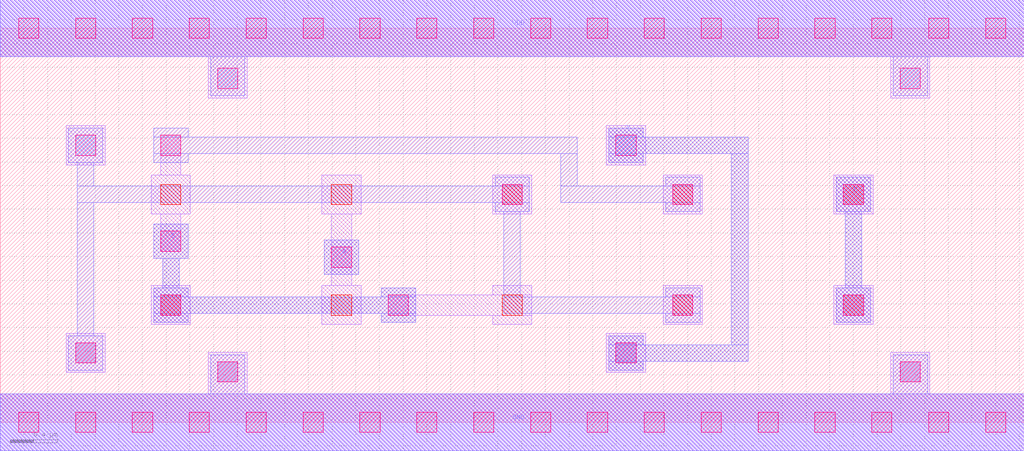
<source format=lef>
MACRO MUX2X1
 CLASS CORE ;
 FOREIGN MUX2X1 0 0 ;
 SIZE 8.64 BY 3.33 ;
 ORIGIN 0 0 ;
 SYMMETRY X Y R90 ;
 SITE unit ;
  PIN VDD
   DIRECTION INOUT ;
   USE POWER ;
   SHAPE ABUTMENT ;
    PORT
     CLASS CORE ;
       LAYER li1 ;
        RECT 0.00000000 3.09000000 8.64000000 3.57000000 ;
       LAYER met1 ;
        RECT 0.00000000 3.09000000 8.64000000 3.57000000 ;
    END
  END VDD

  PIN GND
   DIRECTION INOUT ;
   USE POWER ;
   SHAPE ABUTMENT ;
    PORT
     CLASS CORE ;
       LAYER li1 ;
        RECT 0.00000000 -0.24000000 8.64000000 0.24000000 ;
       LAYER met1 ;
        RECT 0.00000000 -0.24000000 8.64000000 0.24000000 ;
    END
  END GND

  PIN Y
   DIRECTION INOUT ;
   USE SIGNAL ;
   SHAPE ABUTMENT ;
    PORT
     CLASS CORE ;
       LAYER met1 ;
        RECT 5.13500000 0.44000000 5.42500000 0.51500000 ;
        RECT 5.13500000 0.51500000 6.31000000 0.65500000 ;
        RECT 5.13500000 0.65500000 5.42500000 0.73000000 ;
        RECT 5.13500000 2.19500000 5.42500000 2.27000000 ;
        RECT 6.17000000 0.65500000 6.31000000 2.27000000 ;
        RECT 5.13500000 2.27000000 6.31000000 2.41000000 ;
        RECT 5.13500000 2.41000000 5.42500000 2.48500000 ;
    END
  END Y

  PIN S
   DIRECTION INOUT ;
   USE SIGNAL ;
   SHAPE ABUTMENT ;
    PORT
     CLASS CORE ;
       LAYER met1 ;
        RECT 1.29500000 0.84500000 1.58500000 0.92000000 ;
        RECT 3.21500000 0.84500000 3.50500000 0.92000000 ;
        RECT 1.29500000 0.92000000 3.50500000 1.06000000 ;
        RECT 1.29500000 1.06000000 1.58500000 1.13500000 ;
        RECT 3.21500000 1.06000000 3.50500000 1.13500000 ;
        RECT 1.37000000 1.13500000 1.51000000 1.38500000 ;
        RECT 1.29500000 1.38500000 1.58500000 1.67500000 ;
    END
  END S

  PIN A
   DIRECTION INOUT ;
   USE SIGNAL ;
   SHAPE ABUTMENT ;
    PORT
     CLASS CORE ;
       LAYER met1 ;
        RECT 2.73500000 1.25000000 3.02500000 1.54000000 ;
    END
  END A

  PIN B
   DIRECTION INOUT ;
   USE SIGNAL ;
   SHAPE ABUTMENT ;
    PORT
     CLASS CORE ;
       LAYER met1 ;
        RECT 7.05500000 0.84500000 7.34500000 1.13500000 ;
        RECT 7.13000000 1.13500000 7.27000000 1.78000000 ;
        RECT 7.05500000 1.78000000 7.34500000 2.07000000 ;
    END
  END B

 OBS
    LAYER polycont ;
     RECT 1.35500000 0.90500000 1.52500000 1.07500000 ;
     RECT 2.79500000 0.90500000 2.96500000 1.07500000 ;
     RECT 4.23500000 0.90500000 4.40500000 1.07500000 ;
     RECT 5.67500000 0.90500000 5.84500000 1.07500000 ;
     RECT 7.11500000 0.90500000 7.28500000 1.07500000 ;
     RECT 1.35500000 1.84000000 1.52500000 2.01000000 ;
     RECT 2.79500000 1.84000000 2.96500000 2.01000000 ;
     RECT 4.23500000 1.84000000 4.40500000 2.01000000 ;
     RECT 5.67500000 1.84000000 5.84500000 2.01000000 ;
     RECT 7.11500000 1.84000000 7.28500000 2.01000000 ;

    LAYER pdiffc ;
     RECT 0.63500000 2.25500000 0.80500000 2.42500000 ;
     RECT 5.19500000 2.25500000 5.36500000 2.42500000 ;
     RECT 1.83500000 2.82000000 2.00500000 2.99000000 ;
     RECT 7.59500000 2.82000000 7.76500000 2.99000000 ;

    LAYER ndiffc ;
     RECT 1.83500000 0.34000000 2.00500000 0.51000000 ;
     RECT 7.59500000 0.34000000 7.76500000 0.51000000 ;
     RECT 0.63500000 0.50000000 0.80500000 0.67000000 ;
     RECT 5.19500000 0.50000000 5.36500000 0.67000000 ;

    LAYER li1 ;
     RECT 0.00000000 -0.24000000 8.64000000 0.24000000 ;
     RECT 1.75500000 0.24000000 2.08500000 0.59000000 ;
     RECT 7.51500000 0.24000000 7.84500000 0.59000000 ;
     RECT 0.55500000 0.42000000 0.88500000 0.75000000 ;
     RECT 5.11500000 0.42000000 5.44500000 0.75000000 ;
     RECT 1.27500000 0.82500000 1.60500000 1.15500000 ;
     RECT 4.15500000 0.82500000 4.48500000 0.90500000 ;
     RECT 3.27500000 0.90500000 4.48500000 1.07500000 ;
     RECT 4.15500000 1.07500000 4.48500000 1.15500000 ;
     RECT 5.59500000 0.82500000 5.92500000 1.15500000 ;
     RECT 7.03500000 0.82500000 7.36500000 1.15500000 ;
     RECT 2.71500000 0.82500000 3.04500000 1.15500000 ;
     RECT 2.79500000 1.15500000 2.96500000 1.76000000 ;
     RECT 2.71500000 1.76000000 3.04500000 2.09000000 ;
     RECT 4.15500000 1.76000000 4.48500000 2.09000000 ;
     RECT 5.59500000 1.76000000 5.92500000 2.09000000 ;
     RECT 7.03500000 1.76000000 7.36500000 2.09000000 ;
     RECT 1.35500000 1.44500000 1.52500000 1.76000000 ;
     RECT 1.27500000 1.76000000 1.60500000 2.09000000 ;
     RECT 1.35500000 2.09000000 1.52500000 2.42500000 ;
     RECT 0.55500000 2.17500000 0.88500000 2.50500000 ;
     RECT 5.11500000 2.17500000 5.44500000 2.50500000 ;
     RECT 1.75500000 2.74000000 2.08500000 3.09000000 ;
     RECT 7.51500000 2.74000000 7.84500000 3.09000000 ;
     RECT 0.00000000 3.09000000 8.64000000 3.57000000 ;

    LAYER viali ;
     RECT 0.15500000 -0.08500000 0.32500000 0.08500000 ;
     RECT 0.63500000 -0.08500000 0.80500000 0.08500000 ;
     RECT 1.11500000 -0.08500000 1.28500000 0.08500000 ;
     RECT 1.59500000 -0.08500000 1.76500000 0.08500000 ;
     RECT 2.07500000 -0.08500000 2.24500000 0.08500000 ;
     RECT 2.55500000 -0.08500000 2.72500000 0.08500000 ;
     RECT 3.03500000 -0.08500000 3.20500000 0.08500000 ;
     RECT 3.51500000 -0.08500000 3.68500000 0.08500000 ;
     RECT 3.99500000 -0.08500000 4.16500000 0.08500000 ;
     RECT 4.47500000 -0.08500000 4.64500000 0.08500000 ;
     RECT 4.95500000 -0.08500000 5.12500000 0.08500000 ;
     RECT 5.43500000 -0.08500000 5.60500000 0.08500000 ;
     RECT 5.91500000 -0.08500000 6.08500000 0.08500000 ;
     RECT 6.39500000 -0.08500000 6.56500000 0.08500000 ;
     RECT 6.87500000 -0.08500000 7.04500000 0.08500000 ;
     RECT 7.35500000 -0.08500000 7.52500000 0.08500000 ;
     RECT 7.83500000 -0.08500000 8.00500000 0.08500000 ;
     RECT 8.31500000 -0.08500000 8.48500000 0.08500000 ;
     RECT 1.83500000 0.34000000 2.00500000 0.51000000 ;
     RECT 7.59500000 0.34000000 7.76500000 0.51000000 ;
     RECT 0.63500000 0.50000000 0.80500000 0.67000000 ;
     RECT 5.19500000 0.50000000 5.36500000 0.67000000 ;
     RECT 1.35500000 0.90500000 1.52500000 1.07500000 ;
     RECT 3.27500000 0.90500000 3.44500000 1.07500000 ;
     RECT 5.67500000 0.90500000 5.84500000 1.07500000 ;
     RECT 7.11500000 0.90500000 7.28500000 1.07500000 ;
     RECT 2.79500000 1.31000000 2.96500000 1.48000000 ;
     RECT 1.35500000 1.44500000 1.52500000 1.61500000 ;
     RECT 4.23500000 1.84000000 4.40500000 2.01000000 ;
     RECT 5.67500000 1.84000000 5.84500000 2.01000000 ;
     RECT 7.11500000 1.84000000 7.28500000 2.01000000 ;
     RECT 0.63500000 2.25500000 0.80500000 2.42500000 ;
     RECT 1.35500000 2.25500000 1.52500000 2.42500000 ;
     RECT 5.19500000 2.25500000 5.36500000 2.42500000 ;
     RECT 1.83500000 2.82000000 2.00500000 2.99000000 ;
     RECT 7.59500000 2.82000000 7.76500000 2.99000000 ;
     RECT 0.15500000 3.24500000 0.32500000 3.41500000 ;
     RECT 0.63500000 3.24500000 0.80500000 3.41500000 ;
     RECT 1.11500000 3.24500000 1.28500000 3.41500000 ;
     RECT 1.59500000 3.24500000 1.76500000 3.41500000 ;
     RECT 2.07500000 3.24500000 2.24500000 3.41500000 ;
     RECT 2.55500000 3.24500000 2.72500000 3.41500000 ;
     RECT 3.03500000 3.24500000 3.20500000 3.41500000 ;
     RECT 3.51500000 3.24500000 3.68500000 3.41500000 ;
     RECT 3.99500000 3.24500000 4.16500000 3.41500000 ;
     RECT 4.47500000 3.24500000 4.64500000 3.41500000 ;
     RECT 4.95500000 3.24500000 5.12500000 3.41500000 ;
     RECT 5.43500000 3.24500000 5.60500000 3.41500000 ;
     RECT 5.91500000 3.24500000 6.08500000 3.41500000 ;
     RECT 6.39500000 3.24500000 6.56500000 3.41500000 ;
     RECT 6.87500000 3.24500000 7.04500000 3.41500000 ;
     RECT 7.35500000 3.24500000 7.52500000 3.41500000 ;
     RECT 7.83500000 3.24500000 8.00500000 3.41500000 ;
     RECT 8.31500000 3.24500000 8.48500000 3.41500000 ;

    LAYER met1 ;
     RECT 0.00000000 -0.24000000 8.64000000 0.24000000 ;
     RECT 1.77500000 0.24000000 2.06500000 0.57000000 ;
     RECT 7.53500000 0.24000000 7.82500000 0.57000000 ;
     RECT 2.73500000 1.25000000 3.02500000 1.54000000 ;
     RECT 1.29500000 0.84500000 1.58500000 0.92000000 ;
     RECT 3.21500000 0.84500000 3.50500000 0.92000000 ;
     RECT 1.29500000 0.92000000 3.50500000 1.06000000 ;
     RECT 1.29500000 1.06000000 1.58500000 1.13500000 ;
     RECT 3.21500000 1.06000000 3.50500000 1.13500000 ;
     RECT 1.37000000 1.13500000 1.51000000 1.38500000 ;
     RECT 1.29500000 1.38500000 1.58500000 1.67500000 ;
     RECT 7.05500000 0.84500000 7.34500000 1.13500000 ;
     RECT 7.13000000 1.13500000 7.27000000 1.78000000 ;
     RECT 7.05500000 1.78000000 7.34500000 2.07000000 ;
     RECT 0.57500000 0.44000000 0.86500000 0.73000000 ;
     RECT 5.61500000 0.84500000 5.90500000 0.92000000 ;
     RECT 4.25000000 0.92000000 5.90500000 1.06000000 ;
     RECT 5.61500000 1.06000000 5.90500000 1.13500000 ;
     RECT 4.25000000 1.06000000 4.39000000 1.78000000 ;
     RECT 0.65000000 0.73000000 0.79000000 1.85500000 ;
     RECT 4.17500000 1.78000000 4.46500000 1.85500000 ;
     RECT 0.65000000 1.85500000 4.46500000 1.99500000 ;
     RECT 4.17500000 1.99500000 4.46500000 2.07000000 ;
     RECT 0.65000000 1.99500000 0.79000000 2.19500000 ;
     RECT 0.57500000 2.19500000 0.86500000 2.48500000 ;
     RECT 5.61500000 1.78000000 5.90500000 1.85500000 ;
     RECT 4.73000000 1.85500000 5.90500000 1.99500000 ;
     RECT 5.61500000 1.99500000 5.90500000 2.07000000 ;
     RECT 1.29500000 2.19500000 1.58500000 2.27000000 ;
     RECT 4.73000000 1.99500000 4.87000000 2.27000000 ;
     RECT 1.29500000 2.27000000 4.87000000 2.41000000 ;
     RECT 1.29500000 2.41000000 1.58500000 2.48500000 ;
     RECT 5.13500000 0.44000000 5.42500000 0.51500000 ;
     RECT 5.13500000 0.51500000 6.31000000 0.65500000 ;
     RECT 5.13500000 0.65500000 5.42500000 0.73000000 ;
     RECT 5.13500000 2.19500000 5.42500000 2.27000000 ;
     RECT 6.17000000 0.65500000 6.31000000 2.27000000 ;
     RECT 5.13500000 2.27000000 6.31000000 2.41000000 ;
     RECT 5.13500000 2.41000000 5.42500000 2.48500000 ;
     RECT 1.77500000 2.76000000 2.06500000 3.09000000 ;
     RECT 7.53500000 2.76000000 7.82500000 3.09000000 ;
     RECT 0.00000000 3.09000000 8.64000000 3.57000000 ;

 END
END MUX2X1

</source>
